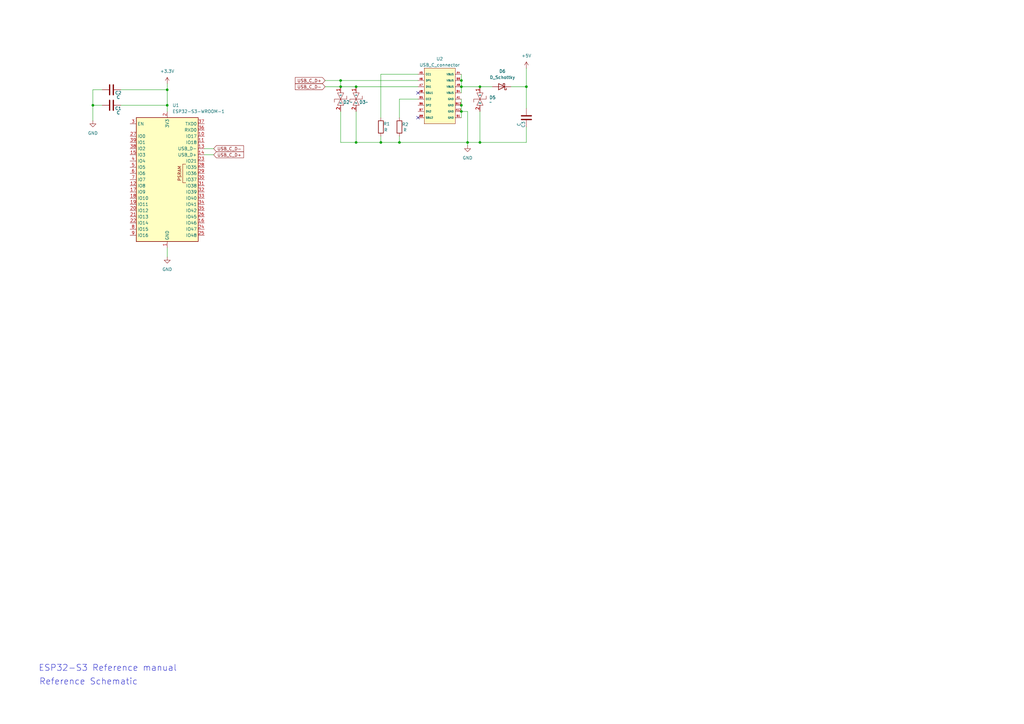
<source format=kicad_sch>
(kicad_sch (version 20250114) (generator "eeschema") (generator_version "9.0")
  (paper "A3")
  (lib_symbols
    (symbol "Custom_symbols:ESD_protection_TVS_RCLAMP0521P-N"
      (property "Reference" "D1" (at 0 3.556 0))
      (symbol "ESD_protection_TVS_RCLAMP0521P-N_0_1"
        (polyline (pts (xy 0 0) (xy -2.54 1.27) (xy -2.54 -1.27) (xy 2.54 1.27) (xy 2.54 -1.27) (xy 0 0) (xy 0 2.54) (xy -1.27 2.54) (xy 0 2.54) (xy 0 0) (xy 0 -2.54) (xy 1.27 -2.54) (xy 0 -2.54) (xy 0 0)))
      )
      (symbol "ESD_protection_TVS_RCLAMP0521P-N_1_1"
        (pin input line (at -5.08 0 0) (length 2.54) (name "1") (number "1"))
        (pin output line (at 5.08 0 180) (length 2.54) (name "2") (number "2"))
      )
    )
    (symbol "Custom_symbols:USB_C_connector_C165948"
      (property "Reference" "U1" (at 0 13.462 0))
      (symbol "USB_C_connector_C165948_1_1"
        (rectangle (start -6.35 11.43) (end 6.35 -11.43) (fill (type background)))
        (pin bidirectional line (at -8.89 8.89 0) (length 2.54) (name "CC1") (number "A5"))
        (pin bidirectional line (at -8.89 6.35 0) (length 2.54) (name "DP1") (number "A6"))
        (pin bidirectional line (at -8.89 3.81 0) (length 2.54) (name "DN1") (number "A7"))
        (pin bidirectional line (at -8.89 1.27 0) (length 2.54) (name "SBU1") (number "A8"))
        (pin bidirectional line (at -8.89 -1.27 0) (length 2.54) (name "CC2") (number "B5"))
        (pin bidirectional line (at -8.89 -3.81 0) (length 2.54) (name "DP2") (number "B6"))
        (pin bidirectional line (at -8.89 -6.35 0) (length 2.54) (name "DN2") (number "B7"))
        (pin bidirectional line (at -8.89 -8.89 0) (length 2.54) (name "SBU2") (number "B8"))
        (pin power_out line (at 8.89 8.89 180) (length 2.54) (name "VBUS") (number "A4\n"))
        (pin power_out line (at 8.89 6.35 180) (length 2.54) (name "VBUS") (number "B9"))
        (pin power_out line (at 8.89 3.81 180) (length 2.54) (name "VBUS") (number "A9"))
        (pin power_out line (at 8.89 1.27 180) (length 2.54) (name "VBUS") (number "B4"))
        (pin power_in line (at 8.89 -1.27 180) (length 2.54) (name "GND") (number "A1"))
        (pin power_in line (at 8.89 -3.81 180) (length 2.54) (name "GND") (number "B12"))
        (pin power_in line (at 8.89 -6.35 180) (length 2.54) (name "GND") (number "A12"))
        (pin power_in line (at 8.89 -8.89 180) (length 2.54) (name "GND") (number "B1"))
      )
    )
    (symbol "Device:C" (pin_numbers (hide yes)) (pin_names (offset 0.254))
      (property "Reference" "C" (at 0.635 2.54 0))
      (property "Value" "C" (at 0.635 -2.54 0))
      (symbol "C_0_1"
        (polyline (pts (xy -2.032 0.762) (xy 2.032 0.762)) (stroke (width 0.508)))
        (polyline (pts (xy -2.032 -0.762) (xy 2.032 -0.762)) (stroke (width 0.508)))
      )
      (symbol "C_1_1"
        (pin passive line (at 0 3.81 270) (length 2.794) (name "~") (number "1"))
        (pin passive line (at 0 -3.81 90) (length 2.794) (name "~") (number "2"))
      )
    )
    (symbol "Device:D_Schottky" (pin_numbers (hide yes)) (pin_names (offset 1.016) (hide yes))
      (property "Reference" "D" (at 0 2.54 0))
      (property "Value" "D_Schottky" (at 0 -2.54 0))
      (symbol "D_Schottky_0_1"
        (polyline (pts (xy -1.905 0.635) (xy -1.905 1.27) (xy -1.27 1.27) (xy -1.27 -1.27) (xy -0.635 -1.27) (xy -0.635 -0.635)) (stroke (width 0.254)))
        (polyline (pts (xy 1.27 1.27) (xy 1.27 -1.27) (xy -1.27 0) (xy 1.27 1.27)) (stroke (width 0.254)))
        (polyline (pts (xy 1.27 0) (xy -1.27 0)))
      )
      (symbol "D_Schottky_1_1"
        (pin passive line (at -3.81 0 0) (length 2.54) (name "K") (number "1"))
        (pin passive line (at 3.81 0 180) (length 2.54) (name "A") (number "2"))
      )
    )
    (symbol "Device:R" (pin_numbers (hide yes)) (pin_names (offset 0))
      (property "Reference" "R" (at 2.032 0 90))
      (property "Value" "R" (at 0 0 90))
      (symbol "R_0_1"
        (rectangle (start -1.016 -2.54) (end 1.016 2.54) (stroke (width 0.254)))
      )
      (symbol "R_1_1"
        (pin passive line (at 0 3.81 270) (length 1.27) (name "~") (number "1"))
        (pin passive line (at 0 -3.81 90) (length 1.27) (name "~") (number "2"))
      )
    )
    (symbol "RF_Module:ESP32-S3-WROOM-1"
      (property "Reference" "U" (at -12.7 26.67 0))
      (property "Value" "ESP32-S3-WROOM-1" (at 12.7 26.67 0))
      (symbol "ESP32-S3-WROOM-1_0_0"
        (rectangle (start -12.7 25.4) (end 12.7 -25.4) (stroke (width 0.254)) (fill (type background)))
        (text "PSRAM" (at 5.08 2.54 900) (effects (font (size 1.27 1.27))))
      )
      (symbol "ESP32-S3-WROOM-1_0_1"
        (polyline (pts (xy 7.62 -1.27) (xy 6.35 -1.27) (xy 6.35 6.35) (xy 7.62 6.35)))
      )
      (symbol "ESP32-S3-WROOM-1_1_1"
        (pin input line (at -15.24 22.86 0) (length 2.54) (name "EN") (number "3"))
        (pin bidirectional line (at -15.24 17.78 0) (length 2.54) (name "IO0") (number "27"))
        (pin bidirectional line (at -15.24 15.24 0) (length 2.54) (name "IO1") (number "39"))
        (pin bidirectional line (at -15.24 12.7 0) (length 2.54) (name "IO2") (number "38"))
        (pin bidirectional line (at -15.24 10.16 0) (length 2.54) (name "IO3") (number "15"))
        (pin bidirectional line (at -15.24 7.62 0) (length 2.54) (name "IO4") (number "4"))
        (pin bidirectional line (at -15.24 5.08 0) (length 2.54) (name "IO5") (number "5"))
        (pin bidirectional line (at -15.24 2.54 0) (length 2.54) (name "IO6") (number "6"))
        (pin bidirectional line (at -15.24 0 0) (length 2.54) (name "IO7") (number "7"))
        (pin bidirectional line (at -15.24 -2.54 0) (length 2.54) (name "IO8") (number "12"))
        (pin bidirectional line (at -15.24 -5.08 0) (length 2.54) (name "IO9") (number "17"))
        (pin bidirectional line (at -15.24 -7.62 0) (length 2.54) (name "IO10") (number "18"))
        (pin bidirectional line (at -15.24 -10.16 0) (length 2.54) (name "IO11") (number "19"))
        (pin bidirectional line (at -15.24 -12.7 0) (length 2.54) (name "IO12") (number "20"))
        (pin bidirectional line (at -15.24 -15.24 0) (length 2.54) (name "IO13") (number "21"))
        (pin bidirectional line (at -15.24 -17.78 0) (length 2.54) (name "IO14") (number "22"))
        (pin bidirectional line (at -15.24 -20.32 0) (length 2.54) (name "IO15") (number "8"))
        (pin bidirectional line (at -15.24 -22.86 0) (length 2.54) (name "IO16") (number "9"))
        (pin power_in line (at 0 27.94 270) (length 2.54) (name "3V3") (number "2"))
        (pin power_in line (at 0 -27.94 90) (length 2.54) (name "GND") (number "1"))
        (pin passive line (at 0 -27.94 90) (length 2.54) (hide yes) (name "GND") (number "40"))
        (pin passive line (at 0 -27.94 90) (length 2.54) (hide yes) (name "GND") (number "41"))
        (pin bidirectional line (at 15.24 22.86 180) (length 2.54) (name "TXD0") (number "37"))
        (pin bidirectional line (at 15.24 20.32 180) (length 2.54) (name "RXD0") (number "36"))
        (pin bidirectional line (at 15.24 17.78 180) (length 2.54) (name "IO17") (number "10"))
        (pin bidirectional line (at 15.24 15.24 180) (length 2.54) (name "IO18") (number "11"))
        (pin bidirectional line (at 15.24 12.7 180) (length 2.54) (name "USB_D-") (number "13"))
        (pin bidirectional line (at 15.24 10.16 180) (length 2.54) (name "USB_D+") (number "14"))
        (pin bidirectional line (at 15.24 7.62 180) (length 2.54) (name "IO21") (number "23"))
        (pin bidirectional line (at 15.24 5.08 180) (length 2.54) (name "IO35") (number "28"))
        (pin bidirectional line (at 15.24 2.54 180) (length 2.54) (name "IO36") (number "29"))
        (pin bidirectional line (at 15.24 0 180) (length 2.54) (name "IO37") (number "30"))
        (pin bidirectional line (at 15.24 -2.54 180) (length 2.54) (name "IO38") (number "31"))
        (pin bidirectional line (at 15.24 -5.08 180) (length 2.54) (name "IO39") (number "32"))
        (pin bidirectional line (at 15.24 -7.62 180) (length 2.54) (name "IO40") (number "33"))
        (pin bidirectional line (at 15.24 -10.16 180) (length 2.54) (name "IO41") (number "34"))
        (pin bidirectional line (at 15.24 -12.7 180) (length 2.54) (name "IO42") (number "35"))
        (pin bidirectional line (at 15.24 -15.24 180) (length 2.54) (name "IO45") (number "26"))
        (pin bidirectional line (at 15.24 -17.78 180) (length 2.54) (name "IO46") (number "16"))
        (pin bidirectional line (at 15.24 -20.32 180) (length 2.54) (name "IO47") (number "24"))
        (pin bidirectional line (at 15.24 -22.86 180) (length 2.54) (name "IO48") (number "25"))
      )
    )
    (symbol "power:+3.3V" (power) (pin_numbers (hide yes)) (pin_names (offset 0) (hide yes))
      (property "Value" "+3.3V" (at 0 3.556 0))
      (symbol "+3.3V_0_1"
        (polyline (pts (xy -0.762 1.27) (xy 0 2.54)))
        (polyline (pts (xy 0 2.54) (xy 0.762 1.27)))
        (polyline (pts (xy 0 0) (xy 0 2.54)))
      )
      (symbol "+3.3V_1_1"
        (pin power_in line (at 0 0 90) (length 0) (name "~") (number "1"))
      )
    )
    (symbol "power:GND" (power) (pin_numbers (hide yes)) (pin_names (offset 0) (hide yes))
      (property "Value" "GND" (at 0 -3.81 0))
      (symbol "GND_0_1"
        (polyline (pts (xy 0 0) (xy 0 -1.27) (xy 1.27 -1.27) (xy 0 -2.54) (xy -1.27 -1.27) (xy 0 -1.27)))
      )
      (symbol "GND_1_1"
        (pin power_in line (at 0 0 270) (length 0) (name "~") (number "1"))
      )
    )
  )
  (text "Reference Schematic" (at 36.322 279.654 0) (effects (font (size 2.54 2.54))))
  (text "ESP32-S3 Reference manual" (at 44.196 274.066 0) (effects (font (size 2.54 2.54))))
  (junction (at 163.83 58.42))
  (junction (at 189.23 33.02))
  (junction (at 196.85 58.42))
  (junction (at 156.21 58.42))
  (junction (at 146.05 35.56))
  (junction (at 68.58 43.18))
  (junction (at 191.77 58.42))
  (junction (at 139.7 33.02))
  (junction (at 196.85 35.56))
  (junction (at 215.9 35.56))
  (junction (at 189.23 45.72))
  (junction (at 189.23 43.18))
  (junction (at 146.05 58.42))
  (junction (at 38.1 43.18))
  (junction (at 68.58 36.83))
  (junction (at 139.7 35.56))
  (junction (at 189.23 35.56))
  (no_connect (at 171.45 38.1))
  (no_connect (at 171.45 48.26))
  (wire (pts (xy 68.58 34.29) (xy 68.58 36.83)))
  (wire (pts (xy 209.55 35.56) (xy 215.9 35.56)))
  (wire (pts (xy 215.9 58.42) (xy 196.85 58.42)))
  (wire (pts (xy 163.83 58.42) (xy 191.77 58.42)))
  (wire (pts (xy 139.7 35.56) (xy 139.7 33.02)))
  (wire (pts (xy 163.83 55.88) (xy 163.83 58.42)))
  (wire (pts (xy 189.23 33.02) (xy 189.23 35.56)))
  (wire (pts (xy 215.9 27.94) (xy 215.9 35.56)))
  (wire (pts (xy 139.7 35.56) (xy 146.05 35.56)))
  (wire (pts (xy 146.05 45.72) (xy 146.05 58.42)))
  (wire (pts (xy 38.1 36.83) (xy 38.1 43.18)))
  (wire (pts (xy 171.45 30.48) (xy 156.21 30.48)))
  (wire (pts (xy 38.1 36.83) (xy 41.91 36.83)))
  (wire (pts (xy 139.7 45.72) (xy 139.7 58.42)))
  (wire (pts (xy 146.05 35.56) (xy 171.45 35.56)))
  (wire (pts (xy 68.58 43.18) (xy 68.58 45.72)))
  (wire (pts (xy 189.23 35.56) (xy 196.85 35.56)))
  (wire (pts (xy 139.7 33.02) (xy 171.45 33.02)))
  (wire (pts (xy 191.77 45.72) (xy 191.77 58.42)))
  (wire (pts (xy 191.77 59.69) (xy 191.77 58.42)))
  (wire (pts (xy 201.93 35.56) (xy 196.85 35.56)))
  (wire (pts (xy 38.1 49.53) (xy 38.1 43.18)))
  (wire (pts (xy 68.58 105.41) (xy 68.58 101.6)))
  (wire (pts (xy 189.23 45.72) (xy 191.77 45.72)))
  (wire (pts (xy 156.21 55.88) (xy 156.21 58.42)))
  (wire (pts (xy 87.63 63.5) (xy 83.82 63.5)))
  (wire (pts (xy 189.23 40.64) (xy 189.23 43.18)))
  (wire (pts (xy 171.45 40.64) (xy 163.83 40.64)))
  (wire (pts (xy 189.23 43.18) (xy 189.23 45.72)))
  (wire (pts (xy 87.63 60.96) (xy 83.82 60.96)))
  (wire (pts (xy 191.77 58.42) (xy 196.85 58.42)))
  (wire (pts (xy 189.23 35.56) (xy 189.23 38.1)))
  (wire (pts (xy 139.7 58.42) (xy 146.05 58.42)))
  (wire (pts (xy 156.21 58.42) (xy 163.83 58.42)))
  (wire (pts (xy 38.1 43.18) (xy 41.91 43.18)))
  (wire (pts (xy 49.53 36.83) (xy 68.58 36.83)))
  (wire (pts (xy 163.83 40.64) (xy 163.83 48.26)))
  (wire (pts (xy 146.05 58.42) (xy 156.21 58.42)))
  (wire (pts (xy 215.9 44.45) (xy 215.9 35.56)))
  (wire (pts (xy 68.58 36.83) (xy 68.58 43.18)))
  (wire (pts (xy 196.85 45.72) (xy 196.85 58.42)))
  (wire (pts (xy 189.23 45.72) (xy 189.23 48.26)))
  (wire (pts (xy 189.23 30.48) (xy 189.23 33.02)))
  (wire (pts (xy 156.21 30.48) (xy 156.21 48.26)))
  (wire (pts (xy 133.35 33.02) (xy 139.7 33.02)))
  (wire (pts (xy 68.58 43.18) (xy 49.53 43.18)))
  (wire (pts (xy 215.9 52.07) (xy 215.9 58.42)))
  (wire (pts (xy 133.35 35.56) (xy 139.7 35.56)))
  (global_label "USB_C_D-" (shape input) (at 133.35 35.56 180) (property "Intersheetrefs" "${INTERSHEET_REFS}" (effects (hide yes))))
  (global_label "USB_C_D-" (shape input) (at 87.63 60.96 0) (property "Intersheetrefs" "${INTERSHEET_REFS}" (effects (hide yes))))
  (global_label "USB_C_D+" (shape input) (at 87.63 63.5 0) (property "Intersheetrefs" "${INTERSHEET_REFS}" (effects (hide yes))))
  (global_label "USB_C_D+" (shape input) (at 133.35 33.02 180) (property "Intersheetrefs" "${INTERSHEET_REFS}" (effects (hide yes))))
  (symbol (lib_id "Custom_symbols:ESD_protection_TVS_RCLAMP0521P-N") (at 139.7 40.64 270) (unit 1)
    (property "Reference" "D2" (at 140.716 41.91 90) (effects (justify left)))
    (property "Value" "~" (at 143.51 41.91 90) (effects (justify left)))
  )
  (symbol (lib_id "power:GND") (at 38.1 49.53 0) (unit 1)
    (property "Reference" "#PWR03" (effects (hide yes)))
    (property "Value" "GND" (at 38.1 54.61 0))
    (property "Description" "Power symbol creates a global label with name \"GND\" , ground" (effects (hide yes)))
  )
  (symbol (lib_id "Custom_symbols:USB_C_connector_C165948") (at 180.34 39.37 0) (unit 1)
    (property "Reference" "U2" (at 180.34 24.13 0))
    (property "Value" "USB_C_connector" (at 180.34 26.67 0))
    (property "Footprint" "Connector_USB:USB_C_Receptacle_G-Switch_GT-USB-7010ASV" (effects (hide yes)))
    (property "Datasheet" "https://www.lcsc.com/datasheet/lcsc_datasheet_2410010003_Korean-Hroparts-Elec-TYPE-C-31-M-12_C165948.pdf" (effects (hide yes)))
  )
  (symbol (lib_id "Custom_symbols:ESD_protection_TVS_RCLAMP0521P-N") (at 196.85 40.64 270) (unit 1)
    (property "Reference" "D5" (at 200.66 40.0049 90) (effects (justify left)))
    (property "Value" "~" (at 200.66 41.91 90) (effects (justify left)))
  )
  (symbol (lib_id "power:GND") (at 191.77 59.69 0) (unit 1)
    (property "Reference" "#PWR04" (effects (hide yes)))
    (property "Value" "GND" (at 191.77 64.77 0))
    (property "Description" "Power symbol creates a global label with name \"GND\" , ground" (effects (hide yes)))
  )
  (symbol (lib_id "power:GND") (at 68.58 105.41 0) (unit 1)
    (property "Reference" "#PWR02" (effects (hide yes)))
    (property "Value" "GND" (at 68.58 110.49 0))
    (property "Description" "Power symbol creates a global label with name \"GND\" , ground" (effects (hide yes)))
  )
  (symbol (lib_id "Device:D_Schottky") (at 205.74 35.56 180) (unit 1)
    (property "Reference" "D6" (at 206.0575 29.21 0))
    (property "Value" "D_Schottky" (at 206.0575 31.75 0))
    (property "Footprint" "Custom_footprints:SOD_123_schottky_C64885" (effects (hide yes)))
    (property "Description" "Schottky diode" (effects (hide yes)))
  )
  (symbol (lib_id "Device:C") (at 45.72 43.18 90) (unit 1)
    (property "Reference" "C1" (at 48.514 44.45 90))
    (property "Value" "C" (at 48.514 46.228 90))
    (property "Footprint" "Capacitor_SMD:C_0603_1608Metric_Pad1.08x0.95mm_HandSolder" (effects (hide yes)))
    (property "Description" "Unpolarized capacitor" (effects (hide yes)))
  )
  (symbol (lib_id "Device:C") (at 45.72 36.83 90) (unit 1)
    (property "Reference" "C2" (at 48.514 38.1 90))
    (property "Value" "C" (at 48.514 39.878 90))
    (property "Footprint" "Capacitor_SMD:C_0603_1608Metric_Pad1.08x0.95mm_HandSolder" (effects (hide yes)))
    (property "Description" "Unpolarized capacitor" (effects (hide yes)))
  )
  (symbol (lib_id "Device:R") (at 163.83 52.07 0) (unit 1)
    (property "Reference" "R2" (at 164.846 51.054 0) (effects (justify left)))
    (property "Value" "R" (at 165.354 53.34 0) (effects (justify left)))
    (property "Description" "Resistor" (effects (hide yes)))
  )
  (symbol (lib_id "power:+3.3V") (at 215.9 27.94 0) (unit 1)
    (property "Reference" "#PWR05" (effects (hide yes)))
    (property "Value" "+5V" (at 215.9 22.86 0))
    (property "Description" "Power symbol creates a global label with name \"+3.3V\"" (effects (hide yes)))
  )
  (symbol (lib_id "RF_Module:ESP32-S3-WROOM-1") (at 68.58 73.66 0) (unit 1)
    (property "Reference" "U1" (at 70.7233 43.18 0) (effects (justify left)))
    (property "Value" "ESP32-S3-WROOM-1" (at 70.7233 45.72 0) (effects (justify left)))
    (property "Footprint" "RF_Module:ESP32-S3-WROOM-1" (effects (hide yes)))
    (property "Datasheet" "https://www.espressif.com/sites/default/files/documentation/esp32-s3-wroom-1_wroom-1u_datasheet_en.pdf" (effects (hide yes)))
    (property "Description" "RF Module, ESP32-S3 SoC, Wi-Fi 802.11b/g/n, Bluetooth, BLE, 32-bit, 3.3V, onboard antenna, SMD" (effects (hide yes)))
  )
  (symbol (lib_id "Device:R") (at 156.21 52.07 0) (unit 1)
    (property "Reference" "R1" (at 157.226 50.8 0) (effects (justify left)))
    (property "Value" "R" (at 157.48 53.34 0) (effects (justify left)))
    (property "Description" "Resistor" (effects (hide yes)))
  )
  (symbol (lib_id "power:+3.3V") (at 68.58 34.29 0) (unit 1)
    (property "Reference" "#PWR01" (effects (hide yes)))
    (property "Value" "+3.3V" (at 68.58 29.21 0))
    (property "Description" "Power symbol creates a global label with name \"+3.3V\"" (effects (hide yes)))
  )
  (symbol (lib_id "Custom_symbols:ESD_protection_TVS_RCLAMP0521P-N") (at 146.05 40.64 270) (unit 1)
    (property "Reference" "D3" (at 147.32 41.91 90) (effects (justify left)))
    (property "Value" "~" (at 149.86 41.91 90) (effects (justify left)))
  )
  (symbol (lib_id "Device:C") (at 215.9 48.26 0) (unit 1)
    (property "Reference" "C3" (at 214.63 51.054 90))
    (property "Value" "C" (at 212.852 51.054 90))
    (property "Footprint" "Capacitor_SMD:C_0603_1608Metric_Pad1.08x0.95mm_HandSolder" (effects (hide yes)))
    (property "Description" "Unpolarized capacitor" (effects (hide yes)))
  )
)
</source>
